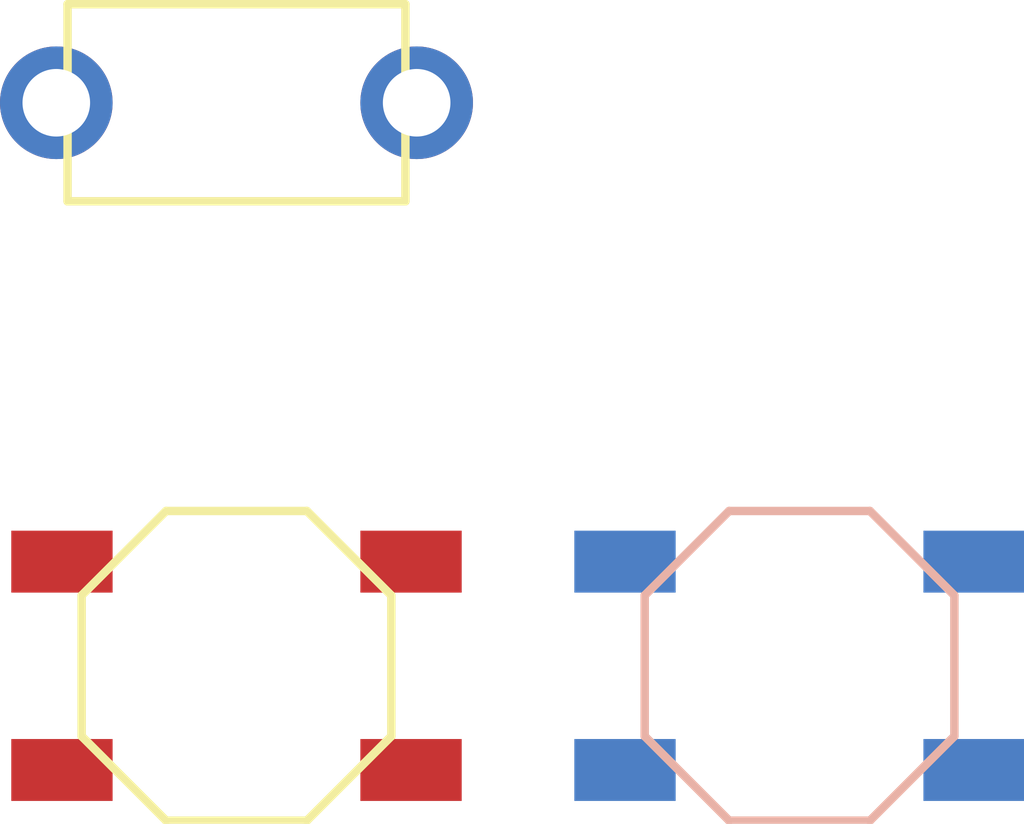
<source format=kicad_pcb>


(kicad_pcb (version 20171130) (host pcbnew 5.1.6)

  (page A3)
  (title_block
    (title "pcb")
    (rev "v1.0.0")
    (company "Unknown")
  )

  (general
    (thickness 1.6)
  )

  (layers
    (0 F.Cu signal)
    (31 B.Cu signal)
    (32 B.Adhes user)
    (33 F.Adhes user)
    (34 B.Paste user)
    (35 F.Paste user)
    (36 B.SilkS user)
    (37 F.SilkS user)
    (38 B.Mask user)
    (39 F.Mask user)
    (40 Dwgs.User user)
    (41 Cmts.User user)
    (42 Eco1.User user)
    (43 Eco2.User user)
    (44 Edge.Cuts user)
    (45 Margin user)
    (46 B.CrtYd user)
    (47 F.CrtYd user)
    (48 B.Fab user)
    (49 F.Fab user)
  )

  (setup
    (last_trace_width 0.25)
    (trace_clearance 0.2)
    (zone_clearance 0.508)
    (zone_45_only no)
    (trace_min 0.2)
    (via_size 0.8)
    (via_drill 0.4)
    (via_min_size 0.4)
    (via_min_drill 0.3)
    (uvia_size 0.3)
    (uvia_drill 0.1)
    (uvias_allowed no)
    (uvia_min_size 0.2)
    (uvia_min_drill 0.1)
    (edge_width 0.05)
    (segment_width 0.2)
    (pcb_text_width 0.3)
    (pcb_text_size 1.5 1.5)
    (mod_edge_width 0.12)
    (mod_text_size 1 1)
    (mod_text_width 0.15)
    (pad_size 1.524 1.524)
    (pad_drill 0.762)
    (pad_to_mask_clearance 0.05)
    (aux_axis_origin 0 0)
    (visible_elements FFFFFF7F)
    (pcbplotparams
      (layerselection 0x010fc_ffffffff)
      (usegerberextensions false)
      (usegerberattributes true)
      (usegerberadvancedattributes true)
      (creategerberjobfile true)
      (excludeedgelayer true)
      (linewidth 0.100000)
      (plotframeref false)
      (viasonmask false)
      (mode 1)
      (useauxorigin false)
      (hpglpennumber 1)
      (hpglpenspeed 20)
      (hpglpendiameter 15.000000)
      (psnegative false)
      (psa4output false)
      (plotreference true)
      (plotvalue true)
      (plotinvisibletext false)
      (padsonsilk false)
      (subtractmaskfromsilk false)
      (outputformat 1)
      (mirror false)
      (drillshape 1)
      (scaleselection 1)
      (outputdirectory ""))
  )

  (net 0 "")
(net 1 "from")
(net 2 "to")

  (net_class Default "This is the default net class."
    (clearance 0.2)
    (trace_width 0.25)
    (via_dia 0.8)
    (via_drill 0.4)
    (uvia_dia 0.3)
    (uvia_drill 0.1)
    (add_net "")
(add_net "from")
(add_net "to")
  )

  
    (module E73:SW_TACT_ALPS_SKQGABE010 (layer F.Cu) (tstamp 5BF2CC94)

      (descr "Low-profile SMD Tactile Switch, https://www.e-switch.com/product-catalog/tact/product-lines/tl3342-series-low-profile-smt-tact-switch")
      (tags "SPST Tactile Switch")

      (at 0 0 0)
      
      (fp_text reference "B1" (at 0 0) (layer F.SilkS) hide (effects (font (size 1.27 1.27) (thickness 0.15))))
      (fp_text value "" (at 0 0) (layer F.SilkS) hide (effects (font (size 1.27 1.27) (thickness 0.15))))
        
      
      (fp_line (start 2.75 1.25) (end 1.25 2.75) (layer F.SilkS) (width 0.15))
      (fp_line (start 2.75 -1.25) (end 1.25 -2.75) (layer F.SilkS) (width 0.15))
      (fp_line (start 2.75 -1.25) (end 2.75 1.25) (layer F.SilkS) (width 0.15))
      (fp_line (start -1.25 2.75) (end 1.25 2.75) (layer F.SilkS) (width 0.15))
      (fp_line (start -1.25 -2.75) (end 1.25 -2.75) (layer F.SilkS) (width 0.15))
      (fp_line (start -2.75 1.25) (end -1.25 2.75) (layer F.SilkS) (width 0.15))
      (fp_line (start -2.75 -1.25) (end -1.25 -2.75) (layer F.SilkS) (width 0.15))
      (fp_line (start -2.75 -1.25) (end -2.75 1.25) (layer F.SilkS) (width 0.15))
      
      
      (pad 1 smd rect (at -3.1 -1.85 0) (size 1.8 1.1) (layers F.Cu F.Paste F.Mask) (net 1 "from"))
      (pad 1 smd rect (at 3.1 -1.85 0) (size 1.8 1.1) (layers F.Cu F.Paste F.Mask) (net 1 "from"))
      (pad 2 smd rect (at -3.1 1.85 0) (size 1.8 1.1) (layers F.Cu F.Paste F.Mask) (net 2 "to"))
      (pad 2 smd rect (at 3.1 1.85 0) (size 1.8 1.1) (layers F.Cu F.Paste F.Mask) (net 2 "to"))
    )   
  

    (module E73:SW_TACT_ALPS_SKQGABE010 (layer F.Cu) (tstamp 5BF2CC94)

      (descr "Low-profile SMD Tactile Switch, https://www.e-switch.com/product-catalog/tact/product-lines/tl3342-series-low-profile-smt-tact-switch")
      (tags "SPST Tactile Switch")

      (at 10 0 0)
      
      (fp_text reference "B2" (at 0 0) (layer F.SilkS) hide (effects (font (size 1.27 1.27) (thickness 0.15))))
      (fp_text value "" (at 0 0) (layer F.SilkS) hide (effects (font (size 1.27 1.27) (thickness 0.15))))
        
      
      (fp_line (start 2.75 1.25) (end 1.25 2.75) (layer B.SilkS) (width 0.15))
      (fp_line (start 2.75 -1.25) (end 1.25 -2.75) (layer B.SilkS) (width 0.15))
      (fp_line (start 2.75 -1.25) (end 2.75 1.25) (layer B.SilkS) (width 0.15))
      (fp_line (start -1.25 2.75) (end 1.25 2.75) (layer B.SilkS) (width 0.15))
      (fp_line (start -1.25 -2.75) (end 1.25 -2.75) (layer B.SilkS) (width 0.15))
      (fp_line (start -2.75 1.25) (end -1.25 2.75) (layer B.SilkS) (width 0.15))
      (fp_line (start -2.75 -1.25) (end -1.25 -2.75) (layer B.SilkS) (width 0.15))
      (fp_line (start -2.75 -1.25) (end -2.75 1.25) (layer B.SilkS) (width 0.15))
      
      
      (pad 1 smd rect (at -3.1 -1.85 0) (size 1.8 1.1) (layers B.Cu B.Paste B.Mask) (net 1 "from"))
      (pad 1 smd rect (at 3.1 -1.85 0) (size 1.8 1.1) (layers B.Cu B.Paste B.Mask) (net 1 "from"))
      (pad 2 smd rect (at -3.1 1.85 0) (size 1.8 1.1) (layers B.Cu B.Paste B.Mask) (net 2 "to"))
      (pad 2 smd rect (at 3.1 1.85 0) (size 1.8 1.1) (layers B.Cu B.Paste B.Mask) (net 2 "to"))
    )   
  

    (module SW_TACT_PTS636_SK43_LFS (layer F.Cu) (tstamp 5BF2CC94)
  
      (descr "THT Tactile Switch, https://www.ckswitches.com/media/2779/pts636.pdf")
      (tags "THT Tactile Switch")
  
      (at 0 -10 0)
      
      (fp_text reference "B3" (at 0 0) (layer F.SilkS) hide (effects (font (size 1.27 1.27) (thickness 0.15))))
      (fp_text value "" (at 0 0) (layer F.SilkS) hide (effects (font (size 1.27 1.27) (thickness 0.15))))
      
      
      (fp_line (start -3 -1.75) (end 3 -1.75) (layer F.SilkS) (width 0.15))
      (fp_line (start 3 -1.75) (end 3 1.75) (layer F.SilkS) (width 0.15))
      (fp_line (start 3 1.75) (end -3 1.75) (layer F.SilkS) (width 0.15))
      (fp_line (start -3 1.75) (end -3 -1.75) (layer F.SilkS) (width 0.15))
      
      
      (pad 1 thru_hole circle (at 3.2 0 0) (size 2 2) (drill 1.2) (layers *.Cu *.Mask) (net 1 "from"))
      (pad 2 thru_hole circle (at -3.2 0 0) (size 2 2) (drill 1.2) (layers *.Cu *.Mask) (net 2 "to"))
    )
  
  

)


</source>
